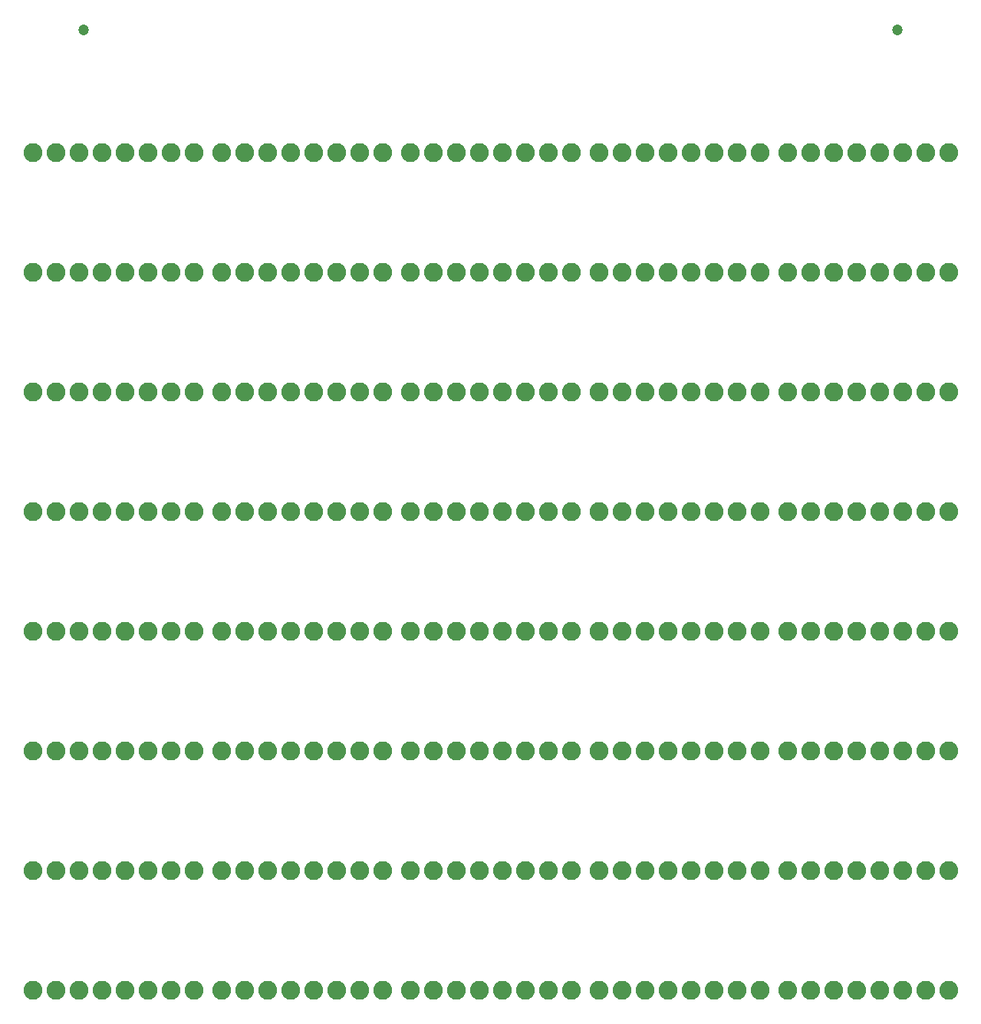
<source format=gbs>
G04 EAGLE Gerber RS-274X export*
G75*
%MOMM*%
%FSLAX34Y34*%
%LPD*%
%INSoldermask Bottom*%
%IPPOS*%
%AMOC8*
5,1,8,0,0,1.08239X$1,22.5*%
G01*
%ADD10C,2.082800*%
%ADD11C,1.203200*%


D10*
X190500Y12700D03*
X165100Y12700D03*
X139700Y12700D03*
X114300Y12700D03*
X88900Y12700D03*
X63500Y12700D03*
X38100Y12700D03*
X12700Y12700D03*
X398780Y12700D03*
X373380Y12700D03*
X347980Y12700D03*
X322580Y12700D03*
X297180Y12700D03*
X271780Y12700D03*
X246380Y12700D03*
X220980Y12700D03*
X607060Y12700D03*
X581660Y12700D03*
X556260Y12700D03*
X530860Y12700D03*
X505460Y12700D03*
X480060Y12700D03*
X454660Y12700D03*
X429260Y12700D03*
X815340Y12700D03*
X789940Y12700D03*
X764540Y12700D03*
X739140Y12700D03*
X713740Y12700D03*
X688340Y12700D03*
X662940Y12700D03*
X637540Y12700D03*
X1023620Y12700D03*
X998220Y12700D03*
X972820Y12700D03*
X947420Y12700D03*
X922020Y12700D03*
X896620Y12700D03*
X871220Y12700D03*
X845820Y12700D03*
X190500Y144780D03*
X165100Y144780D03*
X139700Y144780D03*
X114300Y144780D03*
X88900Y144780D03*
X63500Y144780D03*
X38100Y144780D03*
X12700Y144780D03*
X398780Y144780D03*
X373380Y144780D03*
X347980Y144780D03*
X322580Y144780D03*
X297180Y144780D03*
X271780Y144780D03*
X246380Y144780D03*
X220980Y144780D03*
X607060Y144780D03*
X581660Y144780D03*
X556260Y144780D03*
X530860Y144780D03*
X505460Y144780D03*
X480060Y144780D03*
X454660Y144780D03*
X429260Y144780D03*
X815340Y144780D03*
X789940Y144780D03*
X764540Y144780D03*
X739140Y144780D03*
X713740Y144780D03*
X688340Y144780D03*
X662940Y144780D03*
X637540Y144780D03*
X1023620Y144780D03*
X998220Y144780D03*
X972820Y144780D03*
X947420Y144780D03*
X922020Y144780D03*
X896620Y144780D03*
X871220Y144780D03*
X845820Y144780D03*
X190500Y276860D03*
X165100Y276860D03*
X139700Y276860D03*
X114300Y276860D03*
X88900Y276860D03*
X63500Y276860D03*
X38100Y276860D03*
X12700Y276860D03*
X398780Y276860D03*
X373380Y276860D03*
X347980Y276860D03*
X322580Y276860D03*
X297180Y276860D03*
X271780Y276860D03*
X246380Y276860D03*
X220980Y276860D03*
X607060Y276860D03*
X581660Y276860D03*
X556260Y276860D03*
X530860Y276860D03*
X505460Y276860D03*
X480060Y276860D03*
X454660Y276860D03*
X429260Y276860D03*
X815340Y276860D03*
X789940Y276860D03*
X764540Y276860D03*
X739140Y276860D03*
X713740Y276860D03*
X688340Y276860D03*
X662940Y276860D03*
X637540Y276860D03*
X1023620Y276860D03*
X998220Y276860D03*
X972820Y276860D03*
X947420Y276860D03*
X922020Y276860D03*
X896620Y276860D03*
X871220Y276860D03*
X845820Y276860D03*
X190500Y408940D03*
X165100Y408940D03*
X139700Y408940D03*
X114300Y408940D03*
X88900Y408940D03*
X63500Y408940D03*
X38100Y408940D03*
X12700Y408940D03*
X398780Y408940D03*
X373380Y408940D03*
X347980Y408940D03*
X322580Y408940D03*
X297180Y408940D03*
X271780Y408940D03*
X246380Y408940D03*
X220980Y408940D03*
X607060Y408940D03*
X581660Y408940D03*
X556260Y408940D03*
X530860Y408940D03*
X505460Y408940D03*
X480060Y408940D03*
X454660Y408940D03*
X429260Y408940D03*
X815340Y408940D03*
X789940Y408940D03*
X764540Y408940D03*
X739140Y408940D03*
X713740Y408940D03*
X688340Y408940D03*
X662940Y408940D03*
X637540Y408940D03*
X1023620Y408940D03*
X998220Y408940D03*
X972820Y408940D03*
X947420Y408940D03*
X922020Y408940D03*
X896620Y408940D03*
X871220Y408940D03*
X845820Y408940D03*
X190500Y541020D03*
X165100Y541020D03*
X139700Y541020D03*
X114300Y541020D03*
X88900Y541020D03*
X63500Y541020D03*
X38100Y541020D03*
X12700Y541020D03*
X398780Y541020D03*
X373380Y541020D03*
X347980Y541020D03*
X322580Y541020D03*
X297180Y541020D03*
X271780Y541020D03*
X246380Y541020D03*
X220980Y541020D03*
X607060Y541020D03*
X581660Y541020D03*
X556260Y541020D03*
X530860Y541020D03*
X505460Y541020D03*
X480060Y541020D03*
X454660Y541020D03*
X429260Y541020D03*
X815340Y541020D03*
X789940Y541020D03*
X764540Y541020D03*
X739140Y541020D03*
X713740Y541020D03*
X688340Y541020D03*
X662940Y541020D03*
X637540Y541020D03*
X1023620Y541020D03*
X998220Y541020D03*
X972820Y541020D03*
X947420Y541020D03*
X922020Y541020D03*
X896620Y541020D03*
X871220Y541020D03*
X845820Y541020D03*
X190500Y673100D03*
X165100Y673100D03*
X139700Y673100D03*
X114300Y673100D03*
X88900Y673100D03*
X63500Y673100D03*
X38100Y673100D03*
X12700Y673100D03*
X398780Y673100D03*
X373380Y673100D03*
X347980Y673100D03*
X322580Y673100D03*
X297180Y673100D03*
X271780Y673100D03*
X246380Y673100D03*
X220980Y673100D03*
X607060Y673100D03*
X581660Y673100D03*
X556260Y673100D03*
X530860Y673100D03*
X505460Y673100D03*
X480060Y673100D03*
X454660Y673100D03*
X429260Y673100D03*
X815340Y673100D03*
X789940Y673100D03*
X764540Y673100D03*
X739140Y673100D03*
X713740Y673100D03*
X688340Y673100D03*
X662940Y673100D03*
X637540Y673100D03*
X1023620Y673100D03*
X998220Y673100D03*
X972820Y673100D03*
X947420Y673100D03*
X922020Y673100D03*
X896620Y673100D03*
X871220Y673100D03*
X845820Y673100D03*
X190500Y805180D03*
X165100Y805180D03*
X139700Y805180D03*
X114300Y805180D03*
X88900Y805180D03*
X63500Y805180D03*
X38100Y805180D03*
X12700Y805180D03*
X398780Y805180D03*
X373380Y805180D03*
X347980Y805180D03*
X322580Y805180D03*
X297180Y805180D03*
X271780Y805180D03*
X246380Y805180D03*
X220980Y805180D03*
X607060Y805180D03*
X581660Y805180D03*
X556260Y805180D03*
X530860Y805180D03*
X505460Y805180D03*
X480060Y805180D03*
X454660Y805180D03*
X429260Y805180D03*
X815340Y805180D03*
X789940Y805180D03*
X764540Y805180D03*
X739140Y805180D03*
X713740Y805180D03*
X688340Y805180D03*
X662940Y805180D03*
X637540Y805180D03*
X1023620Y805180D03*
X998220Y805180D03*
X972820Y805180D03*
X947420Y805180D03*
X922020Y805180D03*
X896620Y805180D03*
X871220Y805180D03*
X845820Y805180D03*
X190500Y937260D03*
X165100Y937260D03*
X139700Y937260D03*
X114300Y937260D03*
X88900Y937260D03*
X63500Y937260D03*
X38100Y937260D03*
X12700Y937260D03*
X398780Y937260D03*
X373380Y937260D03*
X347980Y937260D03*
X322580Y937260D03*
X297180Y937260D03*
X271780Y937260D03*
X246380Y937260D03*
X220980Y937260D03*
X607060Y937260D03*
X581660Y937260D03*
X556260Y937260D03*
X530860Y937260D03*
X505460Y937260D03*
X480060Y937260D03*
X454660Y937260D03*
X429260Y937260D03*
X815340Y937260D03*
X789940Y937260D03*
X764540Y937260D03*
X739140Y937260D03*
X713740Y937260D03*
X688340Y937260D03*
X662940Y937260D03*
X637540Y937260D03*
X1023620Y937260D03*
X998220Y937260D03*
X972820Y937260D03*
X947420Y937260D03*
X922020Y937260D03*
X896620Y937260D03*
X871220Y937260D03*
X845820Y937260D03*
D11*
X68580Y1072515D03*
X967105Y1072515D03*
M02*

</source>
